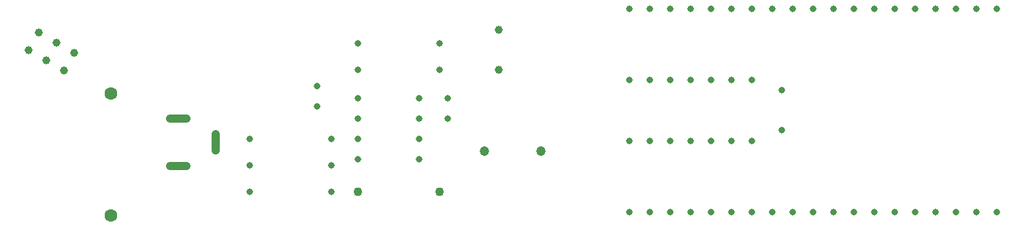
<source format=gbr>
%TF.GenerationSoftware,KiCad,Pcbnew,8.0.3*%
%TF.CreationDate,2024-08-02T00:59:48+02:00*%
%TF.ProjectId,Controller,436f6e74-726f-46c6-9c65-722e6b696361,rev?*%
%TF.SameCoordinates,Original*%
%TF.FileFunction,Plated,1,2,PTH,Mixed*%
%TF.FilePolarity,Positive*%
%FSLAX46Y46*%
G04 Gerber Fmt 4.6, Leading zero omitted, Abs format (unit mm)*
G04 Created by KiCad (PCBNEW 8.0.3) date 2024-08-02 00:59:48*
%MOMM*%
%LPD*%
G01*
G04 APERTURE LIST*
%TA.AperFunction,ComponentDrill*%
%ADD10C,0.800000*%
%TD*%
%TA.AperFunction,ComponentDrill*%
%ADD11C,1.000000*%
%TD*%
G04 aperture for slot hole*
%TA.AperFunction,ComponentDrill*%
%ADD12C,1.000000*%
%TD*%
%TA.AperFunction,ComponentDrill*%
%ADD13C,1.100000*%
%TD*%
%TA.AperFunction,ComponentDrill*%
%ADD14C,1.200000*%
%TD*%
%TA.AperFunction,ComponentDrill*%
%ADD15C,1.600000*%
%TD*%
G04 APERTURE END LIST*
D10*
%TO.C,R2*%
X142838407Y-117901100D03*
%TO.C,R3*%
X142838408Y-121203100D03*
%TO.C,R1*%
X142838410Y-114599100D03*
%TO.C,C1*%
X151220408Y-108035101D03*
X151220408Y-110535101D03*
%TO.C,R2*%
X152998407Y-117901100D03*
%TO.C,R3*%
X152998408Y-121203100D03*
%TO.C,R1*%
X152998410Y-114599100D03*
%TO.C,U2*%
X156300407Y-109519100D03*
X156300407Y-112059101D03*
X156300407Y-114599100D03*
X156300407Y-117139101D03*
%TO.C,R5*%
X156300408Y-102661101D03*
%TO.C,R4*%
X156300409Y-105963100D03*
%TO.C,U2*%
X163920407Y-109519101D03*
X163920407Y-112059101D03*
X163920407Y-114599101D03*
X163920407Y-117139101D03*
%TO.C,R5*%
X166460408Y-102661101D03*
%TO.C,R4*%
X166460409Y-105963100D03*
%TO.C,C2*%
X167476407Y-109559102D03*
X167476407Y-112059102D03*
%TO.C,U3*%
X190082407Y-98343101D03*
X190082407Y-123743101D03*
%TO.C,U1*%
X190082408Y-107243101D03*
X190082408Y-114863101D03*
X192622407Y-114863101D03*
%TO.C,U3*%
X192622407Y-123743101D03*
X192622408Y-98343101D03*
%TO.C,U1*%
X192622408Y-107243101D03*
%TO.C,U3*%
X195162407Y-98343101D03*
X195162407Y-123743101D03*
%TO.C,U1*%
X195162408Y-107243101D03*
X195162408Y-114863101D03*
%TO.C,U3*%
X197702407Y-98343101D03*
%TO.C,U1*%
X197702407Y-114863101D03*
%TO.C,U3*%
X197702407Y-123743101D03*
%TO.C,U1*%
X197702408Y-107243101D03*
%TO.C,U3*%
X200242407Y-98343101D03*
X200242407Y-123743101D03*
%TO.C,U1*%
X200242408Y-107243101D03*
X200242408Y-114863101D03*
%TO.C,U3*%
X202782407Y-98343101D03*
%TO.C,U1*%
X202782407Y-114863101D03*
%TO.C,U3*%
X202782407Y-123743101D03*
%TO.C,U1*%
X202782408Y-107243101D03*
%TO.C,U3*%
X205322407Y-98343101D03*
X205322407Y-123743101D03*
%TO.C,U1*%
X205322408Y-107243101D03*
X205322408Y-114863101D03*
%TO.C,U3*%
X207862407Y-98343101D03*
X207862407Y-123743101D03*
%TO.C,C3*%
X209082404Y-108543101D03*
X209082404Y-113543101D03*
%TO.C,U3*%
X210402407Y-98343101D03*
X210402407Y-123743101D03*
X212942407Y-98343101D03*
X212942407Y-123743101D03*
X215482407Y-98343101D03*
X215482407Y-123743101D03*
X218022407Y-98343101D03*
X218022407Y-123743101D03*
X220562407Y-98343101D03*
X220562407Y-123743101D03*
X223102407Y-98343101D03*
X223102407Y-123743101D03*
X225642407Y-98343101D03*
X225642407Y-123743101D03*
X228182407Y-98343101D03*
X228182407Y-123743101D03*
X230722407Y-98343101D03*
X230722407Y-123743101D03*
X233259687Y-98346781D03*
X233262407Y-123743101D03*
X235799687Y-98346781D03*
X235802407Y-123743101D03*
D11*
%TO.C,J3*%
X115316000Y-103545705D03*
X116586000Y-101346000D03*
X117515705Y-104815705D03*
X118785705Y-102616000D03*
X119715409Y-106085705D03*
X120985409Y-103886000D03*
D12*
%TO.C,J1*%
X134948406Y-112059103D02*
X132948406Y-112059103D01*
X134948406Y-118059103D02*
X132948406Y-118059103D01*
X138648406Y-114059103D02*
X138648406Y-116059103D01*
D11*
%TO.C,C4*%
X173826408Y-100963099D03*
X173826408Y-105963099D03*
D13*
%TO.C,D1*%
X156300405Y-121203101D03*
X166460405Y-121203101D03*
D14*
%TO.C,L1*%
X172048408Y-116123101D03*
X179048408Y-116123101D03*
D15*
%TO.C,D2*%
X125566408Y-108923099D03*
X125566408Y-124163099D03*
M02*

</source>
